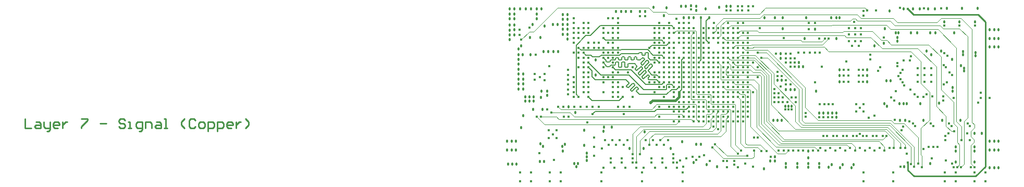
<source format=gbr>
G04 Layer_Physical_Order=7*
G04 Layer_Color=6736896*
%FSLAX24Y24*%
%MOIN*%
%TF.FileFunction,Copper,L7,Inr,Signal*%
%TF.Part,Single*%
G01*
G75*
%TA.AperFunction,Conductor*%
%ADD42C,0.0100*%
%ADD44C,0.0060*%
%ADD48C,0.0150*%
%TA.AperFunction,NonConductor*%
%ADD53C,0.0100*%
%TA.AperFunction,ViaPad*%
%ADD57C,0.0180*%
%ADD58C,0.0170*%
%ADD59C,0.0160*%
%TA.AperFunction,TestPad*%
%ADD60C,0.0160*%
%TA.AperFunction,Conductor*%
%ADD65C,0.0040*%
%ADD66C,0.0064*%
%ADD67C,0.0045*%
D42*
X26063Y11417D02*
X26417Y11063D01*
X30551D01*
X31024Y1339D02*
Y10591D01*
X30551Y11063D02*
X31024Y10591D01*
X30394Y709D02*
X31024Y1339D01*
X26457Y709D02*
X30394D01*
X26063Y1102D02*
X26457Y709D01*
X26063Y1102D02*
Y1575D01*
D44*
X8819Y8543D02*
X8898Y8622D01*
X7717Y8543D02*
X8819D01*
X7638Y8465D02*
X7717Y8543D01*
X8898Y5945D02*
X10630D01*
X10945Y6260D02*
X11260D01*
X10630Y5945D02*
X10945Y6260D01*
Y6575D02*
X11102Y6417D01*
X10669Y6575D02*
X10945D01*
X10630Y6535D02*
X10669Y6575D01*
X10630Y6299D02*
Y6535D01*
X10591Y6260D02*
X10630Y6299D01*
X9173Y6260D02*
X10591D01*
X11102Y10197D02*
Y10197D01*
X10945Y10354D02*
X11102Y10197D01*
X6378Y10354D02*
X10945D01*
X5748Y9724D02*
X6378Y10354D01*
X5472Y9724D02*
X5748D01*
X4843Y9094D02*
X5472Y9724D01*
X4843Y5945D02*
Y9094D01*
Y5945D02*
X5000Y5787D01*
X10630Y9094D02*
X10787Y9252D01*
X9685Y9094D02*
X10630D01*
X9528Y8937D02*
X9685Y9094D01*
X5630Y5787D02*
X5866Y5551D01*
X7598D01*
X7835Y5787D01*
X9764Y8465D02*
X10315D01*
X9409Y8819D02*
X9764Y8465D01*
X7717Y8819D02*
X9409D01*
X7677Y8780D02*
X7717Y8819D01*
X5157Y8780D02*
X7677D01*
X10315Y9409D02*
X10472Y9252D01*
X6732Y9409D02*
X10315D01*
X6575Y9567D02*
X6732Y9409D01*
X9449Y8307D02*
X9606Y8150D01*
X9449Y8307D02*
Y8583D01*
X9409Y8622D02*
X9449Y8583D01*
X9291Y8622D02*
X9409D01*
X9252Y8583D02*
X9291Y8622D01*
X9252Y8504D02*
Y8583D01*
X9252Y8504D02*
X9252D01*
X9213Y8465D02*
X9252Y8504D01*
X9094Y8465D02*
X9213D01*
X9055Y8504D02*
X9094Y8465D01*
X9055Y8504D02*
Y8583D01*
X9016Y8622D02*
X9055Y8583D01*
X8898Y8622D02*
X9016D01*
X6339Y8346D02*
X6457Y8465D01*
X5906Y8346D02*
X6339D01*
X5787Y8465D02*
X5906Y8346D01*
X5472Y8465D02*
X5787D01*
X10315D02*
X10472Y8307D01*
X10000Y6890D02*
X10157Y6732D01*
X9488Y6890D02*
X10000D01*
X6575Y7992D02*
X6772Y7795D01*
X6417Y7205D02*
X8228D01*
X11260Y6260D02*
X11417Y6417D01*
X5866Y7087D02*
X6063Y6890D01*
X5866Y7087D02*
Y7441D01*
X5630Y7677D02*
X5866Y7441D01*
X10157Y6732D02*
Y6732D01*
X7205Y7677D02*
X7362Y7520D01*
X10315Y6575D02*
X10472Y6732D01*
X5630Y7992D02*
X6417Y7205D01*
X7362Y7520D02*
X8346D01*
X9291Y6575D01*
X10315D01*
X8228Y7205D02*
X9173Y6260D01*
X8740Y7717D02*
Y7756D01*
X8976Y7717D02*
X9016D01*
X9094Y7638D01*
Y7598D02*
Y7638D01*
X8819Y7323D02*
X9094Y7598D01*
X8819Y7283D02*
Y7323D01*
Y7283D02*
X8898Y7205D01*
X8937D01*
X9213Y7480D01*
X9252D01*
X9331Y7402D01*
Y7362D02*
Y7402D01*
X9449Y6929D02*
X9488Y6890D01*
X9055Y7087D02*
X9331Y7362D01*
X9055Y7047D02*
Y7087D01*
Y7047D02*
X9134Y6969D01*
X9173D01*
X9409Y7205D01*
X5000Y8937D02*
X5157Y8780D01*
X5315Y8622D02*
X5472Y8465D01*
X9606Y8150D02*
X10000D01*
X10157Y7992D01*
X7323Y8150D02*
X7362Y8189D01*
Y8268D01*
X7559Y8189D02*
X7598Y8150D01*
X7717D01*
X7756Y8189D01*
Y8307D01*
X7795Y8346D01*
X7913D01*
X7953Y8307D01*
Y8189D02*
Y8307D01*
Y8189D02*
X7992Y8150D01*
X8110D01*
X8150Y8189D01*
Y8307D01*
X8189Y8346D01*
X8307D01*
X8346Y8307D01*
Y8189D02*
Y8307D01*
Y8189D02*
X8386Y8150D01*
X8504D01*
X8543Y8189D01*
Y8307D01*
X8583Y8346D01*
X8701D01*
X8740Y8307D01*
Y8189D02*
Y8307D01*
Y8189D02*
X8780Y8150D01*
X7323Y7835D02*
X7362Y7874D01*
Y7992D01*
X7402Y8031D01*
X7520D01*
X7559Y7992D01*
Y7717D02*
Y7992D01*
X7756Y7717D02*
Y7992D01*
X7795Y8031D01*
X7913D01*
X7953Y7992D01*
Y7717D02*
Y7992D01*
X8976Y7913D02*
Y7953D01*
Y7913D02*
X9055Y7835D01*
X9094D01*
X9370Y8110D01*
X9409D01*
X9488Y8031D01*
Y7992D02*
Y8031D01*
X9213Y7717D02*
X9488Y7992D01*
X9213Y7677D02*
Y7717D01*
Y7677D02*
X9291Y7598D01*
X9331D01*
X9449Y7441D02*
Y7480D01*
X10000Y7205D02*
X10157Y7047D01*
X9606Y7874D02*
Y7874D01*
X9449Y7480D02*
X9724Y7756D01*
X9606Y7874D02*
X9646D01*
X9331Y7598D02*
X9606Y7874D01*
X9646Y7874D02*
X9724Y7795D01*
Y7756D02*
Y7795D01*
X9449Y7441D02*
X9685Y7205D01*
X10000D01*
X8622Y7598D02*
X8740Y7717D01*
X8622Y7559D02*
Y7598D01*
Y7559D02*
X8701Y7480D01*
X8740D01*
X8976Y7717D01*
X8780Y8150D02*
X8937D01*
X9094Y8307D01*
X8976Y7953D02*
X9213Y8189D01*
X8071Y6457D02*
Y6496D01*
Y6457D02*
X8150Y6378D01*
X8189D01*
X8465Y6654D01*
X8504D01*
X8583Y6575D01*
Y6535D02*
Y6575D01*
X8307Y6260D02*
X8583Y6535D01*
X8307Y6220D02*
Y6260D01*
Y6220D02*
X8386Y6142D01*
X8425D01*
X8701Y6417D01*
X8740D01*
X8819Y6339D01*
Y6299D02*
Y6339D01*
X8701Y6181D02*
X8819Y6299D01*
X8701Y6142D02*
Y6181D01*
Y6142D02*
X8701D01*
X8898Y5945D01*
X8071Y6496D02*
X8228Y6654D01*
Y6693D01*
X8031Y6890D02*
X8228Y6693D01*
X8031Y6890D02*
Y6890D01*
X6063D02*
X8031D01*
X7559Y7717D02*
X7598Y7677D01*
X7717D01*
X7756Y7717D01*
X7953D02*
X7992Y7677D01*
X8110D01*
X8150Y7717D01*
X9449Y6929D02*
Y7008D01*
X9528Y7087D01*
X9409Y7205D02*
X9449D01*
X9528Y7126D01*
Y7087D02*
Y7126D01*
X8150Y7717D02*
Y7874D01*
X8189Y7913D01*
X8583D01*
X8740Y7756D01*
X7047Y7835D02*
X7323D01*
X6575Y8307D02*
X6772Y8110D01*
X7008D02*
X7047Y8150D01*
X7323D01*
X6457Y8465D02*
X7638D01*
X7559Y8189D02*
Y8268D01*
X7362D02*
X7402Y8307D01*
X7520D01*
X7559Y8268D01*
X9094Y8307D02*
X9134D01*
X9213Y8228D01*
Y8189D02*
Y8228D01*
X6772Y8071D02*
Y8110D01*
Y8071D02*
X6811Y8031D01*
X6969D01*
X7008Y8071D01*
Y8110D01*
X6772Y7756D02*
Y7795D01*
Y7756D02*
X6811Y7717D01*
X6969D01*
X7008Y7756D01*
Y7795D01*
X7047Y7835D01*
D48*
X11181Y5551D02*
X11417Y5787D01*
Y6102D01*
X9724Y5551D02*
X11181D01*
X9606Y5433D02*
X9724Y5551D01*
D53*
X-30400Y4400D02*
Y3800D01*
X-30000D01*
X-29700Y4200D02*
X-29500D01*
X-29400Y4100D01*
Y3800D01*
X-29700D01*
X-29800Y3900D01*
X-29700Y4000D01*
X-29400D01*
X-29200Y4200D02*
Y3900D01*
X-29100Y3800D01*
X-28801D01*
Y3700D01*
X-28900Y3600D01*
X-29000D01*
X-28801Y3800D02*
Y4200D01*
X-28301Y3800D02*
X-28501D01*
X-28601Y3900D01*
Y4100D01*
X-28501Y4200D01*
X-28301D01*
X-28201Y4100D01*
Y4000D01*
X-28601D01*
X-28001Y4200D02*
Y3800D01*
Y4000D01*
X-27901Y4100D01*
X-27801Y4200D01*
X-27701D01*
X-26801Y4400D02*
X-26401D01*
Y4300D01*
X-26801Y3900D01*
Y3800D01*
X-25602Y4100D02*
X-25202D01*
X-24002Y4300D02*
X-24102Y4400D01*
X-24302D01*
X-24402Y4300D01*
Y4200D01*
X-24302Y4100D01*
X-24102D01*
X-24002Y4000D01*
Y3900D01*
X-24102Y3800D01*
X-24302D01*
X-24402Y3900D01*
X-23802Y3800D02*
X-23602D01*
X-23702D01*
Y4200D01*
X-23802D01*
X-23102Y3600D02*
X-23002D01*
X-22902Y3700D01*
Y4200D01*
X-23202D01*
X-23302Y4100D01*
Y3900D01*
X-23202Y3800D01*
X-22902D01*
X-22702D02*
Y4200D01*
X-22403D01*
X-22303Y4100D01*
Y3800D01*
X-22003Y4200D02*
X-21803D01*
X-21703Y4100D01*
Y3800D01*
X-22003D01*
X-22103Y3900D01*
X-22003Y4000D01*
X-21703D01*
X-21503Y3800D02*
X-21303D01*
X-21403D01*
Y4400D01*
X-21503D01*
X-20203Y3800D02*
X-20403Y4000D01*
Y4200D01*
X-20203Y4400D01*
X-19504Y4300D02*
X-19603Y4400D01*
X-19803D01*
X-19903Y4300D01*
Y3900D01*
X-19803Y3800D01*
X-19603D01*
X-19504Y3900D01*
X-19204Y3800D02*
X-19004D01*
X-18904Y3900D01*
Y4100D01*
X-19004Y4200D01*
X-19204D01*
X-19304Y4100D01*
Y3900D01*
X-19204Y3800D01*
X-18704Y3600D02*
Y4200D01*
X-18404D01*
X-18304Y4100D01*
Y3900D01*
X-18404Y3800D01*
X-18704D01*
X-18104Y3600D02*
Y4200D01*
X-17804D01*
X-17704Y4100D01*
Y3900D01*
X-17804Y3800D01*
X-18104D01*
X-17204D02*
X-17404D01*
X-17504Y3900D01*
Y4100D01*
X-17404Y4200D01*
X-17204D01*
X-17104Y4100D01*
Y4000D01*
X-17504D01*
X-16904Y4200D02*
Y3800D01*
Y4000D01*
X-16804Y4100D01*
X-16704Y4200D01*
X-16604D01*
X-16305Y3800D02*
X-16105Y4000D01*
Y4200D01*
X-16305Y4400D01*
D57*
X19685Y1535D02*
D03*
X20394Y1299D02*
D03*
X19685D02*
D03*
X18976D02*
D03*
X18268D02*
D03*
X16850Y1181D02*
D03*
X11563Y11575D02*
D03*
X24882Y11299D02*
D03*
X14449Y11575D02*
D03*
X14724D02*
D03*
X11850D02*
D03*
X12520D02*
D03*
Y11339D02*
D03*
X12205Y11614D02*
D03*
X29370Y10600D02*
D03*
X29587Y8701D02*
D03*
X29646Y7441D02*
D03*
X30394Y8628D02*
D03*
X19685Y2323D02*
D03*
X17717Y4291D02*
D03*
X17441D02*
D03*
X2598Y5748D02*
D03*
X2126Y5512D02*
D03*
Y5787D02*
D03*
X1575D02*
D03*
Y5512D02*
D03*
X1850D02*
D03*
X31299Y9528D02*
D03*
Y8976D02*
D03*
X31575Y10079D02*
D03*
X31299D02*
D03*
X31575Y8976D02*
D03*
Y9528D02*
D03*
X31850D02*
D03*
Y8976D02*
D03*
Y10079D02*
D03*
Y2953D02*
D03*
Y1260D02*
D03*
Y2402D02*
D03*
X31575D02*
D03*
Y1260D02*
D03*
X31299Y2953D02*
D03*
X31575D02*
D03*
X31299Y1260D02*
D03*
Y2402D02*
D03*
X433D02*
D03*
Y2953D02*
D03*
X474Y1500D02*
D03*
X750D02*
D03*
X984Y2953D02*
D03*
X709Y2402D02*
D03*
X984D02*
D03*
X709Y2953D02*
D03*
X1026Y1500D02*
D03*
X20197Y6142D02*
D03*
X18819Y6260D02*
D03*
X18543D02*
D03*
X18268D02*
D03*
X17717Y6850D02*
D03*
X17992D02*
D03*
X17913Y8268D02*
D03*
Y8543D02*
D03*
X18622Y5197D02*
D03*
X18425D02*
D03*
X18228D02*
D03*
X23465Y7165D02*
D03*
Y6772D02*
D03*
Y7520D02*
D03*
X21693D02*
D03*
Y7165D02*
D03*
Y6772D02*
D03*
X24606Y10157D02*
D03*
X16890Y10866D02*
D03*
X1457Y7244D02*
D03*
Y6929D02*
D03*
Y6614D02*
D03*
Y6299D02*
D03*
X1142D02*
D03*
Y6614D02*
D03*
Y6929D02*
D03*
Y7244D02*
D03*
Y7559D02*
D03*
Y7874D02*
D03*
Y8189D02*
D03*
Y8504D02*
D03*
X3386Y8701D02*
D03*
X3071D02*
D03*
X1417Y8504D02*
D03*
X591Y10787D02*
D03*
Y11102D02*
D03*
Y11417D02*
D03*
Y9449D02*
D03*
Y9764D02*
D03*
Y10065D02*
D03*
Y10394D02*
D03*
X2047Y10433D02*
D03*
X1260Y11417D02*
D03*
X1614D02*
D03*
X1969D02*
D03*
X2638D02*
D03*
X2323D02*
D03*
Y11102D02*
D03*
Y10787D02*
D03*
X906Y11417D02*
D03*
Y11102D02*
D03*
Y10787D02*
D03*
X4291Y9488D02*
D03*
X3976Y11063D02*
D03*
X9252Y11260D02*
D03*
X21496Y4488D02*
D03*
Y4764D02*
D03*
X21220D02*
D03*
X25886Y4291D02*
D03*
X20394Y1535D02*
D03*
X18976D02*
D03*
X18268D02*
D03*
X19685Y1890D02*
D03*
X17559Y1969D02*
D03*
Y1693D02*
D03*
X17244D02*
D03*
X20984Y1299D02*
D03*
X8268Y2486D02*
D03*
X25827Y1339D02*
D03*
X27480Y1535D02*
D03*
X25512Y5354D02*
D03*
X25787Y11417D02*
D03*
X26378D02*
D03*
X27362D02*
D03*
X30354Y10600D02*
D03*
X19449Y9528D02*
D03*
X25394Y9606D02*
D03*
Y9370D02*
D03*
X29449Y7795D02*
D03*
X13110Y11417D02*
D03*
X12835Y2756D02*
D03*
X13858Y1339D02*
D03*
X13189Y1457D02*
D03*
X6575Y3589D02*
D03*
X9213Y3543D02*
D03*
X10906Y2480D02*
D03*
X9173D02*
D03*
X12520Y2756D02*
D03*
X11614Y2913D02*
D03*
X12362Y1575D02*
D03*
X20118Y10118D02*
D03*
X6614Y3858D02*
D03*
X7126D02*
D03*
X5354Y2677D02*
D03*
X1339Y3819D02*
D03*
X2520Y1654D02*
D03*
X2795D02*
D03*
X1929Y8504D02*
D03*
X1850Y5787D02*
D03*
X2638Y6142D02*
D03*
X9606Y5433D02*
D03*
X6102Y7205D02*
D03*
X4843Y1339D02*
D03*
X4961Y1535D02*
D03*
X4724D02*
D03*
X5512Y1732D02*
D03*
Y1969D02*
D03*
Y2205D02*
D03*
X2717Y2638D02*
D03*
X2559Y2795D02*
D03*
X4118Y2772D02*
D03*
X3971Y2632D02*
D03*
X3976Y2323D02*
D03*
X2992Y6142D02*
D03*
Y5906D02*
D03*
X6102Y8150D02*
D03*
X5354Y3661D02*
D03*
X4803Y4803D02*
D03*
X2677Y5000D02*
D03*
X2087D02*
D03*
X1457Y4606D02*
D03*
X4370Y5157D02*
D03*
X9803Y11535D02*
D03*
X10630Y11496D02*
D03*
X2756Y8701D02*
D03*
X1339Y9055D02*
D03*
X2559Y9606D02*
D03*
X906Y10394D02*
D03*
Y10079D02*
D03*
Y9764D02*
D03*
X1890Y9606D02*
D03*
X1142Y8858D02*
D03*
X3346Y10433D02*
D03*
X3661D02*
D03*
X3976D02*
D03*
Y10748D02*
D03*
Y10118D02*
D03*
X2835Y10315D02*
D03*
X12047Y10866D02*
D03*
X12362D02*
D03*
X11732D02*
D03*
X12835D02*
D03*
X13982Y11530D02*
D03*
X27559Y8504D02*
D03*
X27244Y8740D02*
D03*
X28189D02*
D03*
X26654Y9882D02*
D03*
X26260D02*
D03*
X28898Y8189D02*
D03*
X29587Y8504D02*
D03*
X29646Y7638D02*
D03*
X27067Y4291D02*
D03*
X28248D02*
D03*
X29429D02*
D03*
X25551D02*
D03*
X28937Y6378D02*
D03*
Y6142D02*
D03*
X26870Y5354D02*
D03*
X25472Y9882D02*
D03*
X27480Y9882D02*
D03*
X27835Y9882D02*
D03*
X29016D02*
D03*
X30394Y8425D02*
D03*
X28071Y5394D02*
D03*
X24528Y9213D02*
D03*
X25276Y9882D02*
D03*
X28543Y11457D02*
D03*
X29528D02*
D03*
X30512D02*
D03*
X28386Y10600D02*
D03*
X27795Y11417D02*
D03*
X17559Y10866D02*
D03*
X18071D02*
D03*
X19567D02*
D03*
X21142D02*
D03*
X26811Y11417D02*
D03*
X30315Y3465D02*
D03*
X30787D02*
D03*
X30325Y1614D02*
D03*
X30315Y2323D02*
D03*
X29134Y2598D02*
D03*
X30315D02*
D03*
X29134Y2323D02*
D03*
X29124Y1614D02*
D03*
X22441Y1260D02*
D03*
X21732D02*
D03*
X21890Y1457D02*
D03*
X22598D02*
D03*
X21181D02*
D03*
X21496Y9528D02*
D03*
X25787Y5348D02*
D03*
X25984D02*
D03*
X23937Y9055D02*
D03*
X24567Y5354D02*
D03*
X20945Y4764D02*
D03*
X20669D02*
D03*
X20394D02*
D03*
X8346Y11260D02*
D03*
X8031D02*
D03*
X7717D02*
D03*
X7402D02*
D03*
X3976Y9803D02*
D03*
X4291D02*
D03*
Y10118D02*
D03*
Y10433D02*
D03*
Y10748D02*
D03*
Y11063D02*
D03*
X8937Y11260D02*
D03*
X21693Y10866D02*
D03*
X21496D02*
D03*
X13346D02*
D03*
X18071Y10157D02*
D03*
X24961Y6811D02*
D03*
X24685D02*
D03*
X24724Y5197D02*
D03*
X3701Y8701D02*
D03*
X10472Y10984D02*
D03*
X19094Y7992D02*
D03*
Y7717D02*
D03*
X19370D02*
D03*
X17992Y4291D02*
D03*
D58*
X3600Y3150D02*
D03*
Y3650D02*
D03*
X3100D02*
D03*
Y3150D02*
D03*
X3600Y3150D02*
D03*
Y3650D02*
D03*
X3100D02*
D03*
Y3150D02*
D03*
X31024Y394D02*
D03*
X30315D02*
D03*
X29134D02*
D03*
X28425D02*
D03*
X25118D02*
D03*
X23228D02*
D03*
X1260D02*
D03*
X1969D02*
D03*
X3150D02*
D03*
X3858D02*
D03*
X6457D02*
D03*
X9055D02*
D03*
X11654D02*
D03*
X16142Y11575D02*
D03*
X15197D02*
D03*
X15472D02*
D03*
Y11339D02*
D03*
X15197D02*
D03*
X14724D02*
D03*
X14449D02*
D03*
X15866Y11575D02*
D03*
Y11339D02*
D03*
X9843Y6102D02*
D03*
X25197Y5551D02*
D03*
X25000Y5748D02*
D03*
X28189Y11457D02*
D03*
X27087D02*
D03*
X25551Y11496D02*
D03*
X5906Y5157D02*
D03*
X5512D02*
D03*
X5118D02*
D03*
X4724D02*
D03*
X8268D02*
D03*
X7874D02*
D03*
X7520D02*
D03*
X26693Y7638D02*
D03*
Y7205D02*
D03*
Y6772D02*
D03*
X27126D02*
D03*
Y7638D02*
D03*
X27559D02*
D03*
Y7205D02*
D03*
Y6772D02*
D03*
X27126Y7205D02*
D03*
X22992Y5079D02*
D03*
X22756Y5315D02*
D03*
Y4843D02*
D03*
X23228D02*
D03*
Y5315D02*
D03*
X22283Y9370D02*
D03*
Y10197D02*
D03*
Y9803D02*
D03*
X22677D02*
D03*
X23071D02*
D03*
Y9370D02*
D03*
X22677D02*
D03*
X23071Y10197D02*
D03*
X22677D02*
D03*
X2205Y6890D02*
D03*
Y7244D02*
D03*
X2835Y6850D02*
D03*
Y7244D02*
D03*
X2520Y7047D02*
D03*
X5984Y2008D02*
D03*
Y2598D02*
D03*
Y3189D02*
D03*
Y9252D02*
D03*
X6299D02*
D03*
X21220Y4488D02*
D03*
X20945D02*
D03*
X20669D02*
D03*
X20394D02*
D03*
X11732Y6102D02*
D03*
X11417D02*
D03*
X11102Y8628D02*
D03*
X18543Y6575D02*
D03*
X17717Y7402D02*
D03*
X17992Y7126D02*
D03*
X17717D02*
D03*
X18268Y6850D02*
D03*
Y6575D02*
D03*
X17638Y8543D02*
D03*
X17913Y6457D02*
D03*
X18622Y5000D02*
D03*
X18425D02*
D03*
X18228D02*
D03*
X18898Y5472D02*
D03*
Y5748D02*
D03*
X18622D02*
D03*
X18346Y5472D02*
D03*
X18071Y5748D02*
D03*
Y5472D02*
D03*
X17795D02*
D03*
Y5748D02*
D03*
Y6024D02*
D03*
X17520Y5472D02*
D03*
Y5748D02*
D03*
Y6024D02*
D03*
Y6299D02*
D03*
X23189Y6772D02*
D03*
X22913D02*
D03*
Y7520D02*
D03*
X23189D02*
D03*
Y7165D02*
D03*
X22913D02*
D03*
X22244Y7520D02*
D03*
X21969D02*
D03*
Y6772D02*
D03*
X22244Y7165D02*
D03*
X21969D02*
D03*
X22244Y6772D02*
D03*
X2480Y2205D02*
D03*
X1220Y9764D02*
D03*
Y10079D02*
D03*
X1850Y10236D02*
D03*
X8937Y10945D02*
D03*
X9252D02*
D03*
X12205Y11378D02*
D03*
X21260Y5315D02*
D03*
X20433D02*
D03*
X20709D02*
D03*
X20984D02*
D03*
X15512Y7362D02*
D03*
X23228Y945D02*
D03*
X25118D02*
D03*
X14567Y6102D02*
D03*
X14882D02*
D03*
X12992D02*
D03*
X11654Y945D02*
D03*
X9055D02*
D03*
X6457D02*
D03*
X3150D02*
D03*
X1969D02*
D03*
X1260D02*
D03*
X3110Y7756D02*
D03*
X5984Y8937D02*
D03*
X5000Y5787D02*
D03*
X6299Y8937D02*
D03*
X5630Y6417D02*
D03*
X6575Y7677D02*
D03*
X5630Y6732D02*
D03*
X6575D02*
D03*
Y7047D02*
D03*
X6890Y7047D02*
D03*
X5630Y7677D02*
D03*
X7205Y5787D02*
D03*
Y6102D02*
D03*
X5315Y7677D02*
D03*
Y7992D02*
D03*
X7520Y7362D02*
D03*
X7205D02*
D03*
X10472Y7677D02*
D03*
Y7362D02*
D03*
X6575Y7992D02*
D03*
Y8307D02*
D03*
X10472Y6417D02*
D03*
X11417Y9567D02*
D03*
Y9882D02*
D03*
X12047Y7362D02*
D03*
X11732D02*
D03*
X12992Y5787D02*
D03*
Y5472D02*
D03*
X12362Y5787D02*
D03*
X14567Y7047D02*
D03*
X12992Y6417D02*
D03*
X13307Y7047D02*
D03*
X13937Y6102D02*
D03*
Y6732D02*
D03*
X13622Y6417D02*
D03*
X13937Y7362D02*
D03*
X13622Y7677D02*
D03*
X10472Y9567D02*
D03*
Y10197D02*
D03*
X12677Y4528D02*
D03*
X13307Y5157D02*
D03*
X13937D02*
D03*
X14882Y4843D02*
D03*
X15512Y5787D02*
D03*
X15827Y7362D02*
D03*
X15197Y7992D02*
D03*
X15827Y4528D02*
D03*
Y9567D02*
D03*
X14567Y9252D02*
D03*
Y9882D02*
D03*
X14252Y8307D02*
D03*
X13622D02*
D03*
X13307Y8622D02*
D03*
X12047Y7677D02*
D03*
X12362Y8307D02*
D03*
Y8622D02*
D03*
X12992Y8307D02*
D03*
X11732D02*
D03*
Y7047D02*
D03*
X12047Y9252D02*
D03*
Y9567D02*
D03*
X11732Y10197D02*
D03*
X10787Y6417D02*
D03*
X12362Y4843D02*
D03*
X14567Y7362D02*
D03*
X12992Y6732D02*
D03*
X13937Y6417D02*
D03*
X13622Y6102D02*
D03*
Y6732D02*
D03*
Y7047D02*
D03*
Y7362D02*
D03*
X13937Y7677D02*
D03*
X3425Y1772D02*
D03*
X3858Y945D02*
D03*
X3350Y3400D02*
D03*
X10472Y8622D02*
D03*
X10787Y9567D02*
D03*
X10157Y10197D02*
D03*
X12677Y4843D02*
D03*
X13307D02*
D03*
X13937Y5472D02*
D03*
X14882Y5157D02*
D03*
X15512Y7992D02*
D03*
X15827Y4843D02*
D03*
Y9252D02*
D03*
X14882D02*
D03*
X14252Y9882D02*
D03*
X13937Y8307D02*
D03*
X13622Y8622D02*
D03*
X13307Y8937D02*
D03*
X12047Y8622D02*
D03*
X12992D02*
D03*
X12677Y8307D02*
D03*
X11732Y8622D02*
D03*
X12362Y9567D02*
D03*
Y9252D02*
D03*
X12047Y10197D02*
D03*
Y5472D02*
D03*
X12677Y6732D02*
D03*
X12362D02*
D03*
X12047D02*
D03*
Y4843D02*
D03*
X11732Y5472D02*
D03*
X12362Y7362D02*
D03*
X11732Y6732D02*
D03*
X11102Y7992D02*
D03*
X11732Y7992D02*
D03*
X12047D02*
D03*
X12362Y6102D02*
D03*
X12047D02*
D03*
Y5787D02*
D03*
X11102Y7677D02*
D03*
X11732Y7677D02*
D03*
X5000Y8307D02*
D03*
X5315D02*
D03*
X4685Y10827D02*
D03*
Y10512D02*
D03*
Y10197D02*
D03*
Y9882D02*
D03*
X5315Y10197D02*
D03*
X5000D02*
D03*
X4685Y9567D02*
D03*
Y9252D02*
D03*
Y8622D02*
D03*
X5000D02*
D03*
X4685Y7047D02*
D03*
Y6732D02*
D03*
Y6417D02*
D03*
Y6102D02*
D03*
Y5787D02*
D03*
X7205Y10827D02*
D03*
X7520D02*
D03*
Y10512D02*
D03*
Y10197D02*
D03*
Y9882D02*
D03*
Y9567D02*
D03*
X7205Y9882D02*
D03*
Y9567D02*
D03*
X6890Y8622D02*
D03*
X7205D02*
D03*
Y8307D02*
D03*
Y7992D02*
D03*
X7520Y6732D02*
D03*
Y6417D02*
D03*
Y6102D02*
D03*
Y5787D02*
D03*
X7205Y7677D02*
D03*
X5630Y7362D02*
D03*
Y5787D02*
D03*
Y7992D02*
D03*
X7205Y6732D02*
D03*
Y6417D02*
D03*
X5630Y6102D02*
D03*
X6575D02*
D03*
X5630Y7047D02*
D03*
X11102Y8307D02*
D03*
X10157Y8622D02*
D03*
X10787Y9882D02*
D03*
X7205Y7047D02*
D03*
X4016Y5157D02*
D03*
X6299D02*
D03*
X2244Y8504D02*
D03*
X12677Y7992D02*
D03*
X13307Y8307D02*
D03*
Y9252D02*
D03*
X25394Y7953D02*
D03*
Y7756D02*
D03*
X31024Y945D02*
D03*
X30315D02*
D03*
X29134D02*
D03*
X28425D02*
D03*
X25984Y2165D02*
D03*
X15512Y5472D02*
D03*
X13307Y6102D02*
D03*
X18268Y8543D02*
D03*
X18543D02*
D03*
X18268Y8268D02*
D03*
X18543D02*
D03*
X18819D02*
D03*
Y7992D02*
D03*
X18543D02*
D03*
X18268D02*
D03*
X18543Y7717D02*
D03*
X18819D02*
D03*
D59*
X24528Y9606D02*
D03*
X16220Y3189D02*
D03*
X16457D02*
D03*
X20000Y2362D02*
D03*
X18425D02*
D03*
X19055D02*
D03*
X16693Y2323D02*
D03*
X19370Y2362D02*
D03*
X18740D02*
D03*
X18110D02*
D03*
X17795D02*
D03*
X17008Y2323D02*
D03*
X16220Y2362D02*
D03*
X14961Y1693D02*
D03*
Y1457D02*
D03*
X25591Y2520D02*
D03*
X25906D02*
D03*
X25157D02*
D03*
X24882D02*
D03*
X24252D02*
D03*
X23622D02*
D03*
X22992D02*
D03*
X22362D02*
D03*
X21732D02*
D03*
X21102D02*
D03*
X20472D02*
D03*
X27953Y2598D02*
D03*
X27402D02*
D03*
X27677D02*
D03*
X26378Y4094D02*
D03*
X26142Y4213D02*
D03*
X23819Y3307D02*
D03*
X23307Y2362D02*
D03*
X23425Y3307D02*
D03*
X22992Y3425D02*
D03*
X20669Y3307D02*
D03*
X21299D02*
D03*
X20906D02*
D03*
X21929D02*
D03*
X21535D02*
D03*
X22559D02*
D03*
X22165D02*
D03*
X23189D02*
D03*
X22795D02*
D03*
X24449D02*
D03*
X24055D02*
D03*
X24685D02*
D03*
X20787Y2362D02*
D03*
X13032Y2047D02*
D03*
X12717Y1969D02*
D03*
X12520Y1772D02*
D03*
X9843Y9882D02*
D03*
X11732Y5787D02*
D03*
X19528Y4764D02*
D03*
Y4528D02*
D03*
X11102Y9252D02*
D03*
X22480Y9055D02*
D03*
X22913D02*
D03*
X22126Y8071D02*
D03*
X23228Y10984D02*
D03*
Y11299D02*
D03*
X22638Y10591D02*
D03*
X24016Y11339D02*
D03*
X26063Y11417D02*
D03*
X19409Y8622D02*
D03*
X19803D02*
D03*
X20118D02*
D03*
X20433D02*
D03*
X19055D02*
D03*
X17283Y1969D02*
D03*
X25669Y3661D02*
D03*
X28661Y3465D02*
D03*
X16457Y8622D02*
D03*
X15512Y8937D02*
D03*
X15827D02*
D03*
X14567Y8307D02*
D03*
X14882Y7992D02*
D03*
X15197Y2165D02*
D03*
X15787Y2008D02*
D03*
X24567Y2362D02*
D03*
X14567Y7992D02*
D03*
X14882Y8307D02*
D03*
Y7677D02*
D03*
X15197Y8307D02*
D03*
X15512D02*
D03*
X15827D02*
D03*
X15197Y7677D02*
D03*
X23937Y2362D02*
D03*
X16457Y7677D02*
D03*
X16142Y7992D02*
D03*
X16457Y7047D02*
D03*
X14252Y7992D02*
D03*
X15827Y7677D02*
D03*
Y7992D02*
D03*
X15512Y7677D02*
D03*
X13937Y8622D02*
D03*
X14567Y7677D02*
D03*
X15197Y7362D02*
D03*
X13937Y7992D02*
D03*
X14252Y7677D02*
D03*
X22047Y2362D02*
D03*
X15827Y7047D02*
D03*
X14882Y7362D02*
D03*
Y7047D02*
D03*
X27047Y2441D02*
D03*
X15827Y8622D02*
D03*
X14882D02*
D03*
X15197D02*
D03*
X14567D02*
D03*
X15197Y9252D02*
D03*
X15512D02*
D03*
Y8622D02*
D03*
X26457Y1339D02*
D03*
X26732Y1535D02*
D03*
X26969Y1299D02*
D03*
X27598Y1850D02*
D03*
X27520Y4094D02*
D03*
X28465Y3031D02*
D03*
Y3307D02*
D03*
X28504Y1732D02*
D03*
X31299Y5709D02*
D03*
X30709Y6063D02*
D03*
Y5709D02*
D03*
X11732Y9567D02*
D03*
X12047Y8937D02*
D03*
X12677Y9567D02*
D03*
Y9252D02*
D03*
X29843Y3465D02*
D03*
X30039Y3937D02*
D03*
X29488Y3031D02*
D03*
X29882Y4094D02*
D03*
X29016Y3583D02*
D03*
X13937Y9567D02*
D03*
Y10197D02*
D03*
X14252D02*
D03*
X14567Y10512D02*
D03*
X30039Y3031D02*
D03*
X20748Y9528D02*
D03*
X15197Y9882D02*
D03*
Y9567D02*
D03*
X14567Y10197D02*
D03*
X13622Y9882D02*
D03*
Y10197D02*
D03*
X14252Y9567D02*
D03*
X14882Y8937D02*
D03*
X15197D02*
D03*
X15827Y9882D02*
D03*
X18110Y9567D02*
D03*
X14882D02*
D03*
X20394Y9528D02*
D03*
X14567Y9567D02*
D03*
X13937Y9882D02*
D03*
X12047D02*
D03*
X13543Y2559D02*
D03*
X13740Y2756D02*
D03*
X14488Y1693D02*
D03*
Y1299D02*
D03*
X14252Y1693D02*
D03*
X13386D02*
D03*
X15827Y5157D02*
D03*
X15512D02*
D03*
X15827Y6102D02*
D03*
Y6417D02*
D03*
X15512Y6102D02*
D03*
X15197Y6417D02*
D03*
X14567Y5157D02*
D03*
X11693Y1339D02*
D03*
X11496Y1732D02*
D03*
X11890Y1850D02*
D03*
X15512Y4213D02*
D03*
X15197D02*
D03*
X15512Y4843D02*
D03*
Y4528D02*
D03*
X15197D02*
D03*
Y4843D02*
D03*
X14567Y4528D02*
D03*
Y4843D02*
D03*
X14882Y5787D02*
D03*
X14252Y4843D02*
D03*
Y4528D02*
D03*
X13937Y3740D02*
D03*
X13622Y5157D02*
D03*
Y3898D02*
D03*
Y4213D02*
D03*
X12992Y4843D02*
D03*
X12992Y5157D02*
D03*
X8937Y2126D02*
D03*
X12992Y4213D02*
D03*
X13307Y4528D02*
D03*
X12992D02*
D03*
X12362D02*
D03*
X12047D02*
D03*
X12677Y5472D02*
D03*
X11417Y4843D02*
D03*
Y4528D02*
D03*
X12362Y5157D02*
D03*
X7874Y2717D02*
D03*
X7402D02*
D03*
X6929D02*
D03*
X8110Y3031D02*
D03*
X7638D02*
D03*
X7165D02*
D03*
X6693D02*
D03*
X14252Y5472D02*
D03*
X13937Y5787D02*
D03*
Y4843D02*
D03*
X13622D02*
D03*
Y5472D02*
D03*
X16575Y10197D02*
D03*
X25276Y6142D02*
D03*
X14567Y8937D02*
D03*
X19724Y10118D02*
D03*
X20118Y10512D02*
D03*
X19724D02*
D03*
X14252Y6102D02*
D03*
X13622Y4528D02*
D03*
Y5787D02*
D03*
X13307D02*
D03*
X12677D02*
D03*
X8465Y2126D02*
D03*
X8701Y1575D02*
D03*
X11417Y5472D02*
D03*
X11102Y5157D02*
D03*
X9173Y1260D02*
D03*
X9882D02*
D03*
X9646Y1575D02*
D03*
Y1850D02*
D03*
X10354Y1575D02*
D03*
Y1850D02*
D03*
X10591Y1260D02*
D03*
X11063Y1850D02*
D03*
Y1575D02*
D03*
X11299Y1260D02*
D03*
X8701D02*
D03*
X8465Y1575D02*
D03*
Y1850D02*
D03*
X7992Y1260D02*
D03*
X7756Y1850D02*
D03*
Y1575D02*
D03*
X7047Y1850D02*
D03*
Y1575D02*
D03*
X7283Y1260D02*
D03*
X6575D02*
D03*
X10787Y5157D02*
D03*
X10157Y4528D02*
D03*
X11102Y4213D02*
D03*
X11417Y5157D02*
D03*
X13307Y6417D02*
D03*
X15197Y10512D02*
D03*
X13307Y10197D02*
D03*
X10157Y5157D02*
D03*
X4331Y7520D02*
D03*
Y7205D02*
D03*
Y6890D02*
D03*
Y6575D02*
D03*
Y6260D02*
D03*
Y5945D02*
D03*
X11102Y10197D02*
D03*
X6575Y9567D02*
D03*
X5315Y6732D02*
D03*
X10787Y7362D02*
D03*
Y7047D02*
D03*
X10472D02*
D03*
X10157Y6417D02*
D03*
X10787Y7677D02*
D03*
X11102Y6732D02*
D03*
X8465Y7677D02*
D03*
X5315Y6102D02*
D03*
X10787Y7992D02*
D03*
X10157Y7362D02*
D03*
X9843Y7047D02*
D03*
X5315Y6417D02*
D03*
X11102Y7362D02*
D03*
X5315Y7047D02*
D03*
X11417Y6417D02*
D03*
X8465Y5787D02*
D03*
X10472D02*
D03*
X11102D02*
D03*
X9843Y6732D02*
D03*
X10157D02*
D03*
X13307Y5472D02*
D03*
X15512Y6732D02*
D03*
X12047Y8307D02*
D03*
X12362Y8937D02*
D03*
X11732D02*
D03*
X15669Y1535D02*
D03*
X16142Y1339D02*
D03*
X15197Y1299D02*
D03*
X12992Y8937D02*
D03*
X12677Y6417D02*
D03*
X12362D02*
D03*
X12677Y6102D02*
D03*
X12047Y6417D02*
D03*
X12362Y7677D02*
D03*
X12677Y7362D02*
D03*
X11732Y6417D02*
D03*
X5000Y9882D02*
D03*
Y9567D02*
D03*
X7205Y9252D02*
D03*
X7520Y8937D02*
D03*
Y8622D02*
D03*
X10472Y6732D02*
D03*
X11102Y7047D02*
D03*
X10157D02*
D03*
X10787Y9252D02*
D03*
X7835Y5787D02*
D03*
X11102Y6417D02*
D03*
X5315Y7362D02*
D03*
X5000Y7677D02*
D03*
X9528Y6732D02*
D03*
X11102Y6102D02*
D03*
X10787Y6732D02*
D03*
X8150Y7362D02*
D03*
X10787Y8307D02*
D03*
Y8937D02*
D03*
X11417Y8307D02*
D03*
Y7992D02*
D03*
Y7677D02*
D03*
X7205Y8937D02*
D03*
X10787Y8622D02*
D03*
X5315Y8937D02*
D03*
X5630D02*
D03*
X10157Y8307D02*
D03*
X10472D02*
D03*
Y7992D02*
D03*
X10157D02*
D03*
X5000Y8937D02*
D03*
X5630Y8307D02*
D03*
X9843Y7992D02*
D03*
Y8307D02*
D03*
X6575Y8622D02*
D03*
X5630Y9252D02*
D03*
X10157D02*
D03*
X5315Y8622D02*
D03*
X6890Y9252D02*
D03*
X9843Y8937D02*
D03*
X9528D02*
D03*
X6575D02*
D03*
X10157Y8937D02*
D03*
X10472Y8937D02*
D03*
X11102D02*
D03*
X6890Y8307D02*
D03*
X5630Y9882D02*
D03*
X9843Y10197D02*
D03*
X10157Y9882D02*
D03*
Y9567D02*
D03*
X10472Y9252D02*
D03*
X6890Y10827D02*
D03*
X10787Y10197D02*
D03*
X5630Y10512D02*
D03*
X10157D02*
D03*
X6575Y10197D02*
D03*
Y9882D02*
D03*
X6890D02*
D03*
X5630Y10197D02*
D03*
X9843Y9567D02*
D03*
X5315Y10512D02*
D03*
X10787D02*
D03*
X5315Y9882D02*
D03*
X9843Y9252D02*
D03*
X7205Y10197D02*
D03*
X7835Y6417D02*
D03*
X9843Y7362D02*
D03*
X4055Y4528D02*
D03*
X4370D02*
D03*
X2992Y5000D02*
D03*
X5551Y4173D02*
D03*
X12362Y5472D02*
D03*
X11732Y5157D02*
D03*
Y4843D02*
D03*
X12677Y5157D02*
D03*
X2598Y4528D02*
D03*
X3268Y4803D02*
D03*
X2323Y4528D02*
D03*
X12362Y4213D02*
D03*
X12677D02*
D03*
X11732Y4528D02*
D03*
X11417Y4213D02*
D03*
X11102Y4843D02*
D03*
X7874Y4685D02*
D03*
X12047Y5157D02*
D03*
X5906Y4685D02*
D03*
X3701Y5157D02*
D03*
X11732Y9252D02*
D03*
X11260Y10787D02*
D03*
X1339Y9449D02*
D03*
X12362Y10197D02*
D03*
X11417Y9252D02*
D03*
X11732Y9882D02*
D03*
X12047Y10512D02*
D03*
X11417D02*
D03*
X11732D02*
D03*
X15197Y10197D02*
D03*
X15512Y9882D02*
D03*
X12992Y9567D02*
D03*
X25709Y7520D02*
D03*
X25591Y7323D02*
D03*
X25709Y6732D02*
D03*
X25827Y6535D02*
D03*
X25591Y6929D02*
D03*
X26220Y6260D02*
D03*
X14252Y9252D02*
D03*
Y8937D02*
D03*
X27244Y5945D02*
D03*
X27047Y5787D02*
D03*
X26693D02*
D03*
X26496Y5945D02*
D03*
X13937Y9252D02*
D03*
X12362Y9882D02*
D03*
X11102D02*
D03*
X12992Y9252D02*
D03*
X14882Y10197D02*
D03*
X15512Y10512D02*
D03*
X25472Y7126D02*
D03*
X14882Y9882D02*
D03*
X9291Y3031D02*
D03*
X9764D02*
D03*
X10236D02*
D03*
X10709D02*
D03*
X9528Y2717D02*
D03*
X10000D02*
D03*
X13307Y4213D02*
D03*
X14252D02*
D03*
X27675Y3939D02*
D03*
X28858Y3937D02*
D03*
X28701Y4094D02*
D03*
X28346Y6575D02*
D03*
X28543Y6732D02*
D03*
X28346Y7835D02*
D03*
X11063Y2126D02*
D03*
X11299Y1575D02*
D03*
X14252Y5787D02*
D03*
X14567Y5472D02*
D03*
X14882D02*
D03*
X13937Y4213D02*
D03*
Y4528D02*
D03*
X14252Y5157D02*
D03*
X14567Y4213D02*
D03*
X14882D02*
D03*
X10472Y2717D02*
D03*
X14252Y3898D02*
D03*
X26260Y8386D02*
D03*
X26181Y8110D02*
D03*
X25787D02*
D03*
X27638Y5827D02*
D03*
X28307Y5551D02*
D03*
Y5827D02*
D03*
X28976Y5709D02*
D03*
X11417Y10197D02*
D03*
X12992Y9882D02*
D03*
X13307Y9567D02*
D03*
X23661Y8504D02*
D03*
Y8189D02*
D03*
X30354Y10344D02*
D03*
X29370D02*
D03*
X28386D02*
D03*
Y8583D02*
D03*
X28583Y8425D02*
D03*
X28502Y7679D02*
D03*
X28740Y7362D02*
D03*
X28896Y7207D02*
D03*
X12992Y10197D02*
D03*
X30315Y1299D02*
D03*
X30079D02*
D03*
X12677Y8937D02*
D03*
X28898Y1535D02*
D03*
X29449Y1299D02*
D03*
X29213D02*
D03*
X28976D02*
D03*
X25591Y1339D02*
D03*
X26063Y1575D02*
D03*
X15827Y5472D02*
D03*
X15197Y5787D02*
D03*
Y6102D02*
D03*
X14567Y5787D02*
D03*
X15512Y6417D02*
D03*
X14252D02*
D03*
X14567D02*
D03*
X14882D02*
D03*
X15827Y5787D02*
D03*
X16142Y6102D02*
D03*
X14567Y6732D02*
D03*
X14882D02*
D03*
X20315Y2362D02*
D03*
X14252Y6732D02*
D03*
Y7047D02*
D03*
X15197Y6732D02*
D03*
Y7047D02*
D03*
X15827Y6732D02*
D03*
X13937Y7047D02*
D03*
X14252Y7362D02*
D03*
X21417Y2362D02*
D03*
X14252Y8622D02*
D03*
X26260Y1496D02*
D03*
X25748Y3898D02*
D03*
X16693Y8307D02*
D03*
X25236Y4331D02*
D03*
X20984Y9528D02*
D03*
X20118Y6732D02*
D03*
X20551Y7717D02*
D03*
X23937Y4606D02*
D03*
X13307Y6732D02*
D03*
X11417D02*
D03*
Y7362D02*
D03*
Y7047D02*
D03*
X6496Y2486D02*
D03*
X13622Y9567D02*
D03*
X24281Y7677D02*
D03*
X24173Y7441D02*
D03*
X12992Y7992D02*
D03*
X12677Y7677D02*
D03*
X13622Y7992D02*
D03*
X12992Y7677D02*
D03*
X13307Y7992D02*
D03*
Y7677D02*
D03*
Y7362D02*
D03*
X12992Y7047D02*
D03*
X12047D02*
D03*
X12362D02*
D03*
X12677D02*
D03*
X12992Y7362D02*
D03*
X12362Y7992D02*
D03*
X30551Y5433D02*
D03*
X13661Y10512D02*
D03*
X12283Y1969D02*
D03*
X26534Y3939D02*
D03*
X22677Y2362D02*
D03*
X15394D02*
D03*
D60*
X23543Y4449D02*
D03*
X23465Y11339D02*
D03*
D65*
X2835Y4016D02*
X11220D01*
X11575Y4685D02*
X11732Y4528D01*
X10000Y4685D02*
X11575D01*
X12520Y4370D02*
Y5276D01*
X12480Y5315D02*
X12520Y5276D01*
X10000Y5315D02*
X12480D01*
X3740Y4370D02*
X12205D01*
X9843Y4528D02*
X10000Y4685D01*
X4724Y4528D02*
X9843D01*
X2598D02*
X3583D01*
X3740Y4370D01*
X12205D02*
X12362Y4213D01*
X12520Y4370D02*
X12677Y4213D01*
Y4213D02*
Y4213D01*
X3268Y4803D02*
X4449D01*
X2323Y4528D02*
X2835Y4016D01*
X11220D02*
X11417Y4213D01*
X4449Y4803D02*
X4724Y4528D01*
X3701Y5157D02*
X3858Y5000D01*
X9685D01*
X10000Y5315D01*
D66*
X11890Y5000D02*
X12047Y5157D01*
X6063Y4843D02*
X9843D01*
X5906Y4685D02*
X6063Y4843D01*
X9843D02*
X10000Y5000D01*
X11890D01*
X13150Y10669D02*
X13346Y10866D01*
X13150Y9409D02*
Y10669D01*
Y9409D02*
X13307Y9252D01*
X12835Y8150D02*
Y10866D01*
X12677Y7992D02*
X12835Y8150D01*
X11417Y6102D02*
Y6102D01*
X11575Y6260D01*
Y8150D01*
X11732Y8307D01*
D67*
X10709Y11102D02*
X16575D01*
X10591Y11220D02*
X10709Y11102D01*
X9764Y11220D02*
X10591D01*
X9488Y11496D02*
X9764Y11220D01*
X16575Y11102D02*
X16968Y11496D01*
X20709Y8976D02*
X20984Y8701D01*
X16181Y8976D02*
X20709D01*
X16142Y8937D02*
X16181Y8976D01*
X15827Y8937D02*
X16142D01*
X20591Y9134D02*
X20984Y9528D01*
X15039Y9094D02*
X16024D01*
X16063Y9134D02*
X20591D01*
X16024Y9094D02*
X16063Y9134D01*
X23307Y11496D02*
X23465Y11339D01*
X16968Y11496D02*
X23307D01*
X17717Y2165D02*
X18228D01*
X15984Y3898D02*
X17717Y2165D01*
X15984Y3898D02*
Y6220D01*
X24606Y3622D02*
X25157Y3071D01*
X17795Y3622D02*
X24606D01*
X17165Y4252D02*
X17795Y3622D01*
X24685Y3740D02*
X25591Y2835D01*
X18858Y3740D02*
X24685D01*
X17323Y5276D02*
X18858Y3740D01*
X24764Y3858D02*
X25906Y2717D01*
X19213Y3858D02*
X24764D01*
X18858Y4213D02*
X19213Y3858D01*
X24887Y3976D02*
X26260Y2603D01*
X19331Y3976D02*
X24887D01*
X19094Y4213D02*
X19331Y3976D01*
X24921Y4134D02*
X26457Y2598D01*
X19449Y4134D02*
X24921D01*
X19291Y4291D02*
X19449Y4134D01*
X25000Y4291D02*
X25197Y4094D01*
X20315Y4291D02*
X25000D01*
X19488Y5118D02*
X20315Y4291D01*
X28189Y10827D02*
X29449D01*
X27913Y10551D02*
X28189Y10827D01*
X29449D02*
X30157Y10118D01*
X17638Y2598D02*
X20079D01*
X16378Y3858D02*
X17638Y2598D01*
X16378Y3858D02*
Y6220D01*
X17795Y2717D02*
X22165D01*
X16535Y3976D02*
X17795Y2717D01*
X16535Y3976D02*
Y6575D01*
X17913Y2835D02*
X22441D01*
X16693Y4055D02*
X17913Y2835D01*
X16693Y4055D02*
Y7087D01*
X18032Y2953D02*
X24213D01*
X16850Y4134D02*
X18032Y2953D01*
X16850Y4134D02*
Y7126D01*
X18150Y3071D02*
X24449D01*
X17008Y4213D02*
X18150Y3071D01*
X17008Y4213D02*
Y7165D01*
X17165Y4252D02*
Y7205D01*
X18228Y2165D02*
X18425Y2362D01*
X16457Y2559D02*
X16693Y2323D01*
X16614Y2717D02*
X17008Y2323D01*
X16220Y1969D02*
Y2362D01*
X14252Y1850D02*
X16102D01*
X22165Y2717D02*
X22362Y2520D01*
X25591D02*
Y2835D01*
X25906Y2520D02*
Y2717D01*
X25157Y2520D02*
Y3071D01*
X24449Y3071D02*
X24685Y3307D01*
X17087Y8307D02*
X19094Y6299D01*
Y4213D02*
Y6299D01*
X17087Y8780D02*
X19488Y6378D01*
Y5118D02*
Y6378D01*
X17008Y8622D02*
X19291Y6339D01*
Y4291D02*
Y6339D01*
X22717Y10787D02*
X22835Y10669D01*
X22520Y10787D02*
X22717D01*
X22402Y10669D02*
X22520Y10787D01*
X23071Y10827D02*
X25118D01*
X22835Y11063D02*
X23071Y10827D01*
X16811Y11063D02*
X22835D01*
X25394Y10551D02*
X27913D01*
X25118Y10827D02*
X25394Y10551D01*
X28110Y10354D02*
X28307Y10157D01*
X25236Y10354D02*
X28110D01*
X24921Y10669D02*
X25236Y10354D01*
X27992Y10118D02*
X29173Y8937D01*
X24961Y10118D02*
X27992D01*
X24685Y10394D02*
X24961Y10118D01*
X27402Y9134D02*
X28189Y8346D01*
X25000Y9134D02*
X27402D01*
X24724Y9409D02*
X25000Y9134D01*
X21969Y10000D02*
X23780D01*
X24370Y9409D02*
X24724D01*
X23780Y10000D02*
X24370Y9409D01*
X26693Y8898D02*
X27874Y7717D01*
X24409Y8898D02*
X26693D01*
X23701Y9606D02*
X24409Y8898D01*
X22126Y9606D02*
X23701D01*
X26890Y6654D02*
Y8071D01*
X26260Y8701D02*
X26890Y8071D01*
X20984Y8701D02*
X26260D01*
X22835Y10669D02*
X24921D01*
X16299Y8465D02*
X17480Y7283D01*
Y6614D02*
Y7283D01*
X16260Y8307D02*
X17323Y7244D01*
X20079Y2598D02*
X20315Y2362D01*
X16220Y8150D02*
X17165Y7205D01*
X16654Y7520D02*
X17008Y7165D01*
X16614Y7362D02*
X16850Y7126D01*
X16575Y7205D02*
X16693Y7087D01*
X16220Y6890D02*
X16535Y6575D01*
X14134Y6890D02*
X16220D01*
X16024Y6575D02*
X16378Y6220D01*
X15039Y6575D02*
X16024D01*
X15630Y2559D02*
X16457D01*
X15354Y2835D02*
X15630Y2559D01*
X15787Y2717D02*
X16614D01*
X15669Y2835D02*
X15787Y2717D01*
X15354Y8465D02*
X16299D01*
X15827Y8307D02*
X16260D01*
X14724Y8150D02*
X16220D01*
X26260Y1496D02*
Y2603D01*
X26457Y1339D02*
Y2598D01*
X16142Y7362D02*
X16614D01*
X14449Y7205D02*
X16575D01*
X16299Y7520D02*
X16654D01*
X15512Y8937D02*
X15669Y8780D01*
X26969Y1299D02*
Y2008D01*
X26890Y2087D02*
X26969Y2008D01*
X14567Y8307D02*
X14724Y8150D01*
X14567Y8307D02*
Y8307D01*
X15984Y7835D02*
X16299Y7520D01*
X15039Y7835D02*
X15984D01*
X14882Y7992D02*
X15039Y7835D01*
X14724Y7559D02*
X14764Y7520D01*
X14724Y7559D02*
Y7835D01*
X14409Y7520D02*
X14567Y7677D01*
X14409Y7244D02*
Y7520D01*
Y7244D02*
X14449Y7205D01*
X15669Y2835D02*
Y5906D01*
X15354Y2835D02*
Y5630D01*
X15039Y2717D02*
Y5276D01*
X14724Y2638D02*
X15197Y2165D01*
X14724Y2638D02*
Y4961D01*
X15197Y2165D02*
Y2165D01*
X15236Y2205D01*
X14488Y2008D02*
X15787D01*
X16102Y1850D02*
X16220Y1969D01*
X24567Y2362D02*
Y2598D01*
X24213Y2953D02*
X24567Y2598D01*
X15984Y7520D02*
X16142Y7362D01*
X14764Y7520D02*
X15984D01*
X14567Y7992D02*
X14724Y7835D01*
X22441Y2835D02*
X22677Y2598D01*
X14094Y6929D02*
X14134Y6890D01*
X14094Y6929D02*
Y7835D01*
X13937Y7992D02*
X14094Y7835D01*
X30079Y1535D02*
X30315Y1299D01*
X30079Y1535D02*
Y2677D01*
X30276Y2874D01*
Y3071D01*
X30276D02*
X30276D01*
X30079Y3268D02*
X30276Y3071D01*
X30079Y3268D02*
Y3583D01*
X30315Y3819D01*
Y4016D01*
X30157Y4173D02*
X30315Y4016D01*
X29449Y1299D02*
X29646Y1496D01*
Y4213D01*
X29882Y4449D01*
X29173Y4213D02*
X29488Y3898D01*
Y3031D02*
Y3898D01*
X28976Y4094D02*
X29213Y3858D01*
Y2874D02*
Y3858D01*
Y2874D02*
X29370Y2717D01*
X28858Y3583D02*
X29016D01*
X28504Y3937D02*
X28858Y3583D01*
X29213Y1299D02*
X29370Y1457D01*
Y2717D01*
X28976Y4094D02*
Y5472D01*
X29882Y4449D02*
Y9646D01*
X29370Y10157D02*
X29882Y9646D01*
X28307Y10157D02*
X29370D01*
X14409Y10669D02*
X22402D01*
X14094Y10354D02*
X14409Y10669D01*
X14094Y9724D02*
Y10354D01*
X13937Y9567D02*
X14094Y9724D01*
X22008D02*
X22126Y9606D01*
X15354Y9724D02*
X22008D01*
X15197Y9567D02*
X15354Y9724D01*
X21890Y9921D02*
X21969Y10000D01*
X16535Y9921D02*
X21890D01*
X16417Y10039D02*
X16535Y9921D01*
X28504Y3937D02*
Y4567D01*
X27874Y5197D02*
X28504Y4567D01*
X27874Y5197D02*
Y7717D01*
X29173Y4213D02*
Y8937D01*
X21220Y10394D02*
X24685D01*
X21181Y10354D02*
X21220Y10394D01*
X30157Y4173D02*
Y10118D01*
X28189Y6260D02*
X28976Y5472D01*
X28189Y6260D02*
Y8346D01*
X16575Y10827D02*
X16811Y11063D01*
X14252Y10827D02*
X16575D01*
X13780Y10354D02*
X14252Y10827D01*
X15354Y10039D02*
X16417D01*
X14409Y9409D02*
X19213D01*
X14724Y10354D02*
X21181D01*
X14567Y10197D02*
X14724Y10354D01*
X15197Y9882D02*
X15354Y10039D01*
X15197Y9882D02*
X15197D01*
X13780Y10039D02*
Y10354D01*
X13780Y10039D02*
X13780D01*
X13622Y9882D02*
X13780Y10039D01*
X14252Y9567D02*
X14409Y9409D01*
X14882Y8937D02*
X15039Y9094D01*
X13543Y2559D02*
X14252Y1850D01*
X13740Y2756D02*
X14488Y2008D01*
X9528Y3583D02*
X13543D01*
X8937Y2992D02*
X9528Y3583D01*
X8937Y2126D02*
Y2992D01*
X8701Y3268D02*
X9173Y3740D01*
X13307D01*
X8701Y1575D02*
Y3268D01*
X10236Y3031D02*
X10472Y3268D01*
X14094D01*
X9528Y2717D02*
Y3110D01*
X9843Y3425D01*
X14094Y3268D02*
X14409Y3583D01*
Y4370D01*
X14567Y4528D01*
X9843Y3425D02*
X13898D01*
X14094Y3622D01*
Y4646D01*
X14134Y4685D01*
X14409D01*
Y4685D01*
X14567Y4843D01*
X13543Y3583D02*
X13780Y3819D01*
Y4685D01*
X13465Y3898D02*
Y4370D01*
X13307Y3740D02*
X13465Y3898D01*
X12953D02*
X13150Y4094D01*
Y4646D01*
X13780Y4685D02*
X13937Y4843D01*
X13465Y4370D02*
X13622Y4528D01*
X13150Y4646D02*
X13189Y4685D01*
X13465D01*
X13622Y4843D01*
Y4843D01*
X12520Y5984D02*
X12559Y5945D01*
X12520Y5984D02*
Y10000D01*
X12480Y10039D02*
X12520Y10000D01*
X11260Y10039D02*
X12480D01*
X11102Y9882D02*
X11260Y10039D01*
X11102Y9882D02*
X11102D01*
X12205Y5669D02*
X12244Y5630D01*
X12205Y5669D02*
Y9724D01*
X12362Y9882D01*
X8465Y2126D02*
Y3425D01*
X8937Y3898D01*
X12953D01*
X12244Y5630D02*
X13110D01*
X13150Y5591D01*
Y5039D02*
Y5591D01*
Y5039D02*
X13189Y5000D01*
X14685D01*
X14724Y4961D01*
X12559Y5945D02*
X13425D01*
X13465Y5906D01*
Y5354D02*
Y5906D01*
Y5354D02*
X13504Y5315D01*
X15000D01*
X15039Y5276D01*
X15197Y6102D02*
X15354Y5945D01*
X15630D01*
X15669Y5906D01*
X15197Y5787D02*
X15354Y5630D01*
X14252Y6417D02*
X14409Y6260D01*
X15945D01*
X15984Y6220D01*
X14882Y6732D02*
X15039Y6575D01*
X15197Y8307D02*
X15354Y8465D01*
X16693Y8307D02*
X17087D01*
X16457Y8622D02*
X17008D01*
X18858Y4213D02*
Y5236D01*
X17480Y6614D02*
X18858Y5236D01*
X15669Y8780D02*
X17087D01*
X25197Y4094D02*
X25827D01*
X26732Y3189D01*
Y1535D02*
Y3189D01*
X20551Y9331D02*
X20748Y9528D01*
X19213Y9409D02*
X19291Y9331D01*
X20551D01*
X26890Y6654D02*
X27441Y6102D01*
Y4331D02*
Y6102D01*
X26890Y3780D02*
X27441Y4331D01*
X26890Y2087D02*
Y3780D01*
X3661Y11496D02*
X9488D01*
X2126Y9961D02*
X3661Y11496D01*
X1850Y9961D02*
X2126D01*
X1339Y9449D02*
X1850Y9961D01*
X17323Y5276D02*
Y7244D01*
X22677Y2362D02*
Y2598D01*
X15039Y2717D02*
X15394Y2362D01*
%TF.MD5,f1ec7fc24fe2d862ae2c2c2752b847a3*%
M02*

</source>
